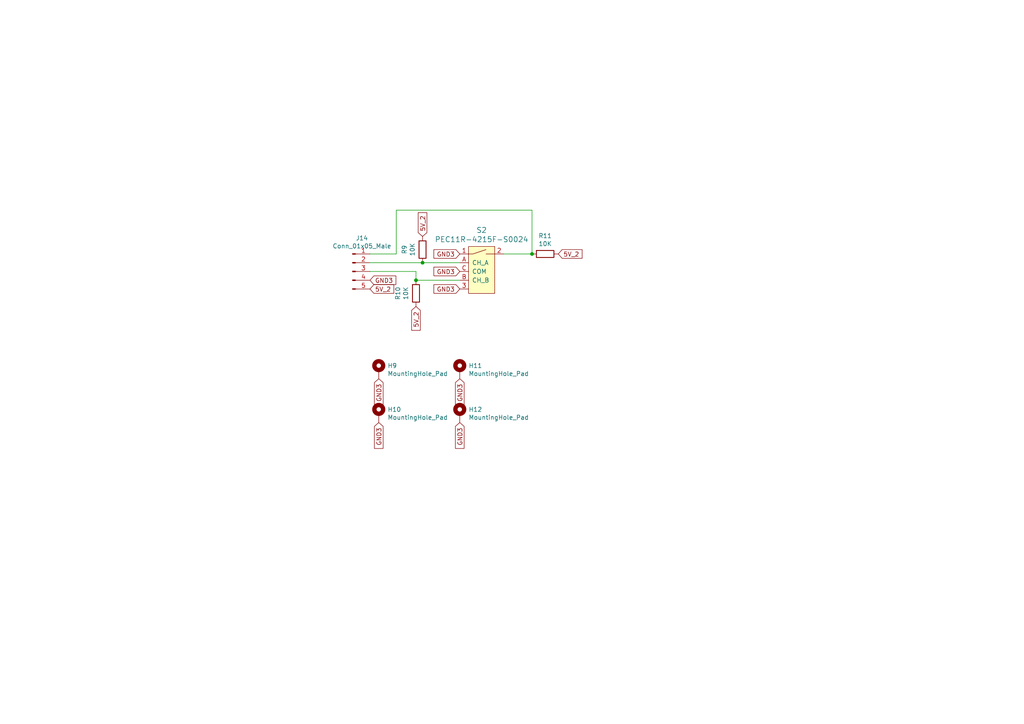
<source format=kicad_sch>
(kicad_sch (version 20211123) (generator eeschema)
  (paper "A4")
  (lib_symbols
    (symbol "Connector:Conn_01x05_Male" (pin_names (offset 1.016) hide)
      (property "Reference" "J" (at 0 7.62 0))
      (property "Value" "Conn_01x05_Male" (at 0 -7.62 0))
      (symbol "Conn_01x05_Male_1_1"
        (polyline (pts (xy 1.27 -5.08) (xy 0.8636 -5.08)) (stroke (width 0.1524)))
        (polyline (pts (xy 1.27 -2.54) (xy 0.8636 -2.54)) (stroke (width 0.1524)))
        (polyline (pts (xy 1.27 0) (xy 0.8636 0)) (stroke (width 0.1524)))
        (polyline (pts (xy 1.27 2.54) (xy 0.8636 2.54)) (stroke (width 0.1524)))
        (polyline (pts (xy 1.27 5.08) (xy 0.8636 5.08)) (stroke (width 0.1524)))
        (rectangle (start 0.8636 -4.953) (end 0 -5.207) (stroke (width 0.1524)) (fill (type outline)))
        (rectangle (start 0.8636 -2.413) (end 0 -2.667) (stroke (width 0.1524)) (fill (type outline)))
        (rectangle (start 0.8636 0.127) (end 0 -0.127) (stroke (width 0.1524)) (fill (type outline)))
        (rectangle (start 0.8636 2.667) (end 0 2.413) (stroke (width 0.1524)) (fill (type outline)))
        (rectangle (start 0.8636 5.207) (end 0 4.953) (stroke (width 0.1524)) (fill (type outline)))
        (pin passive line (at 5.08 5.08 180) (length 3.81) (name "Pin_1") (number "1"))
        (pin passive line (at 5.08 2.54 180) (length 3.81) (name "Pin_2") (number "2"))
        (pin passive line (at 5.08 0 180) (length 3.81) (name "Pin_3") (number "3"))
        (pin passive line (at 5.08 -2.54 180) (length 3.81) (name "Pin_4") (number "4"))
        (pin passive line (at 5.08 -5.08 180) (length 3.81) (name "Pin_5") (number "5"))
      )
    )
    (symbol "Device:R" (pin_numbers hide) (pin_names (offset 0))
      (property "Reference" "R" (at 2.032 0 90))
      (property "Value" "R" (at 0 0 90))
      (symbol "R_0_1"
        (rectangle (start -1.016 -2.54) (end 1.016 2.54) (stroke (width 0.254)))
      )
      (symbol "R_1_1"
        (pin passive line (at 0 3.81 270) (length 1.27) (name "~") (number "1"))
        (pin passive line (at 0 -3.81 90) (length 1.27) (name "~") (number "2"))
      )
    )
    (symbol "Mechanical:MountingHole_Pad" (pin_numbers hide) (pin_names (offset 1.016) hide)
      (property "Reference" "H" (at 0 6.35 0))
      (property "Value" "MountingHole_Pad" (at 0 4.445 0))
      (symbol "MountingHole_Pad_0_1"
        (circle (center 0 1.27) (radius 1.27) (stroke (width 1.27)))
      )
      (symbol "MountingHole_Pad_1_1"
        (pin input line (at 0 -2.54 90) (length 2.54) (name "1") (number "1"))
      )
    )
    (symbol "dk_Encoders:PEC11R-4215F-S0024" (pin_names (offset 1.016))
      (property "Reference" "S" (at -1.27 5.715 0))
      (property "Value" "dk_Encoders_PEC11R-4215F-S0024" (at -1.27 -9.906 0))
      (symbol "PEC11R-4215F-S0024_0_1"
        (rectangle (start -5.08 4.699) (end 2.54 -8.89) (fill (type background)))
        (polyline (pts (xy 0 2.54) (xy 2.54 2.54)))
        (polyline (pts (xy -5.08 2.54) (xy -3.81 2.54) (xy 0 3.81)))
      )
      (symbol "PEC11R-4215F-S0024_1_1"
        (pin bidirectional line (at -7.62 2.54 0) (length 2.54) (name "~") (number "1"))
        (pin bidirectional line (at 5.08 2.54 180) (length 2.54) (name "~") (number "2"))
        (pin unspecified line (at -7.62 -7.62 0) (length 2.54) (name "~") (number "3"))
        (pin bidirectional line (at -7.62 0 0) (length 2.54) (name "CH_A") (number "A"))
        (pin bidirectional line (at -7.62 -5.08 0) (length 2.54) (name "CH_B") (number "B"))
        (pin input line (at -7.62 -2.54 0) (length 2.54) (name "COM") (number "C"))
      )
    )
  )
  (junction (at 154.305 73.66))
  (junction (at 122.555 76.2))
  (junction (at 120.65 81.28))
  (wire (pts (xy 120.65 81.28) (xy 120.65 78.74)))
  (wire (pts (xy 146.05 73.66) (xy 154.305 73.66)))
  (wire (pts (xy 122.555 76.2) (xy 133.35 76.2)))
  (wire (pts (xy 154.305 60.96) (xy 114.935 60.96)))
  (wire (pts (xy 107.315 76.2) (xy 122.555 76.2)))
  (wire (pts (xy 114.935 73.66) (xy 107.315 73.66)))
  (wire (pts (xy 120.65 78.74) (xy 107.315 78.74)))
  (wire (pts (xy 154.305 73.66) (xy 154.305 60.96)))
  (wire (pts (xy 114.935 60.96) (xy 114.935 73.66)))
  (wire (pts (xy 133.35 81.28) (xy 120.65 81.28)))
  (global_label "GND3" (shape input) (at 133.35 73.66 180) (property "Intersheet References" "${INTERSHEET_REFS}" (effects hide)))
  (global_label "5V_2" (shape input) (at 107.315 83.82 0) (property "Intersheet References" "${INTERSHEET_REFS}" (effects hide)))
  (global_label "5V_2" (shape input) (at 161.925 73.66 0) (property "Intersheet References" "${INTERSHEET_REFS}" (effects hide)))
  (global_label "5V_2" (shape input) (at 120.65 88.9 270) (property "Intersheet References" "${INTERSHEET_REFS}" (effects hide)))
  (global_label "GND3" (shape input) (at 133.35 122.555 270) (property "Intersheet References" "${INTERSHEET_REFS}" (effects hide)))
  (global_label "GND3" (shape input) (at 107.315 81.28 0) (property "Intersheet References" "${INTERSHEET_REFS}" (effects hide)))
  (global_label "GND3" (shape input) (at 133.35 83.82 180) (property "Intersheet References" "${INTERSHEET_REFS}" (effects hide)))
  (global_label "5V_2" (shape input) (at 122.555 68.58 90) (property "Intersheet References" "${INTERSHEET_REFS}" (effects hide)))
  (global_label "GND3" (shape input) (at 133.35 78.74 180) (property "Intersheet References" "${INTERSHEET_REFS}" (effects hide)))
  (global_label "GND3" (shape input) (at 109.855 109.855 270) (property "Intersheet References" "${INTERSHEET_REFS}" (effects hide)))
  (global_label "GND3" (shape input) (at 109.855 122.555 270) (property "Intersheet References" "${INTERSHEET_REFS}" (effects hide)))
  (global_label "GND3" (shape input) (at 133.35 109.855 270) (property "Intersheet References" "${INTERSHEET_REFS}" (effects hide)))
  (symbol (lib_id "dk_Encoders:PEC11R-4215F-S0024") (at 140.97 76.2 0) (unit 1)
    (property "Reference" "S2" (at 139.7 66.7512 0) (effects (font (size 1.524 1.524))))
    (property "Value" "PEC11R-4215F-S0024" (at 139.7 69.4436 0) (effects (font (size 1.524 1.524))))
    (property "Footprint" "digikey-footprints:Rotary_Encoder_Switched_PEC11R" (effects hide))
    (property "Datasheet" "https://www.bourns.com/docs/Product-Datasheets/PEC11R.pdf" (effects hide))
    (property "Digi-Key_PN" "PEC11R-4215F-S0024-ND" (effects hide))
    (property "MPN" "PEC11R-4215F-S0024" (effects hide))
    (property "Category" "Sensors, Transducers" (effects hide))
    (property "Family" "Encoders" (effects hide))
    (property "DK_Datasheet_Link" "https://www.bourns.com/docs/Product-Datasheets/PEC11R.pdf" (effects hide))
    (property "DK_Detail_Page" "/product-detail/en/bourns-inc/PEC11R-4215F-S0024/PEC11R-4215F-S0024-ND/4499665" (effects hide))
    (property "Description" "ROTARY ENCODER MECHANICAL 24PPR" (effects hide))
    (property "Manufacturer" "Bourns Inc." (effects hide))
    (property "Status" "Active" (effects hide))
  )
  (symbol (lib_id "Connector:Conn_01x05_Male") (at 102.235 78.74 0) (unit 1)
    (property "Reference" "J14" (at 104.9782 69.0626 0))
    (property "Value" "Conn_01x05_Male" (at 104.9782 71.374 0))
    (property "Footprint" "Connector_Molex:Molex_KK-254_AE-6410-05A_1x05_P2.54mm_Vertical" (effects hide))
  )
  (symbol (lib_id "Device:R") (at 158.115 73.66 90) (unit 1)
    (property "Reference" "R11" (at 158.115 68.4022 90))
    (property "Value" "10K" (at 158.115 70.7136 90))
    (property "Footprint" "Resistor_SMD:R_0805_2012Metric_Pad1.20x1.40mm_HandSolder" (effects hide))
  )
  (symbol (lib_id "Device:R") (at 122.555 72.39 180) (unit 1)
    (property "Reference" "R9" (at 117.2972 72.39 90))
    (property "Value" "10K" (at 119.6086 72.39 90))
    (property "Footprint" "Resistor_SMD:R_0805_2012Metric_Pad1.20x1.40mm_HandSolder" (effects hide))
  )
  (symbol (lib_id "Device:R") (at 120.65 85.09 180) (unit 1)
    (property "Reference" "R10" (at 115.3922 85.09 90))
    (property "Value" "10K" (at 117.7036 85.09 90))
    (property "Footprint" "Resistor_SMD:R_0805_2012Metric_Pad1.20x1.40mm_HandSolder" (effects hide))
  )
  (symbol (lib_id "Mechanical:MountingHole_Pad") (at 109.855 107.315 0) (unit 1)
    (property "Reference" "H9" (at 112.395 106.0704 0) (effects (justify left)))
    (property "Value" "MountingHole_Pad" (at 112.395 108.3818 0) (effects (justify left)))
    (property "Footprint" "MountingHole:MountingHole_3.2mm_M3_DIN965_Pad" (effects hide))
  )
  (symbol (lib_id "Mechanical:MountingHole_Pad") (at 109.855 120.015 0) (unit 1)
    (property "Reference" "H10" (at 112.395 118.7704 0) (effects (justify left)))
    (property "Value" "MountingHole_Pad" (at 112.395 121.0818 0) (effects (justify left)))
    (property "Footprint" "MountingHole:MountingHole_3.2mm_M3_DIN965_Pad" (effects hide))
  )
  (symbol (lib_id "Mechanical:MountingHole_Pad") (at 133.35 120.015 0) (unit 1)
    (property "Reference" "H12" (at 135.89 118.7704 0) (effects (justify left)))
    (property "Value" "MountingHole_Pad" (at 135.89 121.0818 0) (effects (justify left)))
    (property "Footprint" "MountingHole:MountingHole_3.2mm_M3_DIN965_Pad" (effects hide))
  )
  (symbol (lib_id "Mechanical:MountingHole_Pad") (at 133.35 107.315 0) (unit 1)
    (property "Reference" "H11" (at 135.89 106.0704 0) (effects (justify left)))
    (property "Value" "MountingHole_Pad" (at 135.89 108.3818 0) (effects (justify left)))
    (property "Footprint" "MountingHole:MountingHole_3.2mm_M3_DIN965_Pad" (effects hide))
  )
)
</source>
